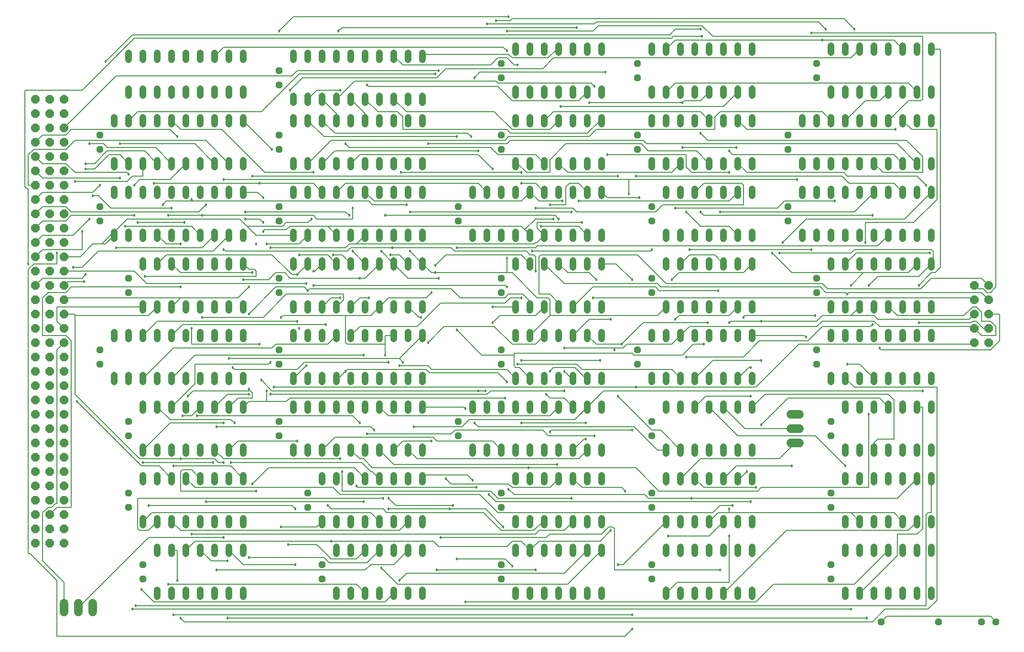
<source format=gbr>
G04 EAGLE Gerber RS-274X export*
G75*
%MOMM*%
%FSLAX34Y34*%
%LPD*%
%INBottom Copper*%
%IPPOS*%
%AMOC8*
5,1,8,0,0,1.08239X$1,22.5*%
G01*
%ADD10C,1.219200*%
%ADD11P,1.319650X8X112.500000*%
%ADD12P,1.649562X8X292.500000*%
%ADD13P,1.649562X8X202.500000*%
%ADD14P,1.319650X8X202.500000*%
%ADD15P,1.319650X8X22.500000*%
%ADD16C,1.524000*%
%ADD17C,0.127000*%
%ADD18C,0.457200*%


D10*
X1168400Y717804D02*
X1168400Y729996D01*
X1193800Y729996D02*
X1193800Y717804D01*
X1320800Y717804D02*
X1320800Y729996D01*
X1320800Y794004D02*
X1320800Y806196D01*
X1219200Y729996D02*
X1219200Y717804D01*
X1244600Y717804D02*
X1244600Y729996D01*
X1295400Y729996D02*
X1295400Y717804D01*
X1270000Y717804D02*
X1270000Y729996D01*
X1295400Y794004D02*
X1295400Y806196D01*
X1270000Y806196D02*
X1270000Y794004D01*
X1244600Y794004D02*
X1244600Y806196D01*
X1219200Y806196D02*
X1219200Y794004D01*
X1193800Y794004D02*
X1193800Y806196D01*
X1168400Y806196D02*
X1168400Y794004D01*
X1168400Y602996D02*
X1168400Y590804D01*
X1193800Y590804D02*
X1193800Y602996D01*
X1320800Y602996D02*
X1320800Y590804D01*
X1320800Y667004D02*
X1320800Y679196D01*
X1219200Y602996D02*
X1219200Y590804D01*
X1244600Y590804D02*
X1244600Y602996D01*
X1295400Y602996D02*
X1295400Y590804D01*
X1270000Y590804D02*
X1270000Y602996D01*
X1295400Y667004D02*
X1295400Y679196D01*
X1270000Y679196D02*
X1270000Y667004D01*
X1244600Y667004D02*
X1244600Y679196D01*
X1219200Y679196D02*
X1219200Y667004D01*
X1193800Y667004D02*
X1193800Y679196D01*
X1168400Y679196D02*
X1168400Y667004D01*
X1409700Y717804D02*
X1409700Y729996D01*
X1435100Y729996D02*
X1435100Y717804D01*
X1562100Y717804D02*
X1562100Y729996D01*
X1587500Y729996D02*
X1587500Y717804D01*
X1460500Y717804D02*
X1460500Y729996D01*
X1485900Y729996D02*
X1485900Y717804D01*
X1536700Y717804D02*
X1536700Y729996D01*
X1511300Y729996D02*
X1511300Y717804D01*
X1612900Y717804D02*
X1612900Y729996D01*
X1638300Y729996D02*
X1638300Y717804D01*
X1638300Y794004D02*
X1638300Y806196D01*
X1612900Y806196D02*
X1612900Y794004D01*
X1587500Y794004D02*
X1587500Y806196D01*
X1562100Y806196D02*
X1562100Y794004D01*
X1536700Y794004D02*
X1536700Y806196D01*
X1511300Y806196D02*
X1511300Y794004D01*
X1485900Y794004D02*
X1485900Y806196D01*
X1460500Y806196D02*
X1460500Y794004D01*
X1435100Y794004D02*
X1435100Y806196D01*
X1409700Y806196D02*
X1409700Y794004D01*
X241300Y602996D02*
X241300Y590804D01*
X266700Y590804D02*
X266700Y602996D01*
X393700Y602996D02*
X393700Y590804D01*
X419100Y590804D02*
X419100Y602996D01*
X292100Y602996D02*
X292100Y590804D01*
X317500Y590804D02*
X317500Y602996D01*
X368300Y602996D02*
X368300Y590804D01*
X342900Y590804D02*
X342900Y602996D01*
X419100Y667004D02*
X419100Y679196D01*
X393700Y679196D02*
X393700Y667004D01*
X368300Y667004D02*
X368300Y679196D01*
X342900Y679196D02*
X342900Y667004D01*
X317500Y667004D02*
X317500Y679196D01*
X292100Y679196D02*
X292100Y667004D01*
X266700Y667004D02*
X266700Y679196D01*
X241300Y679196D02*
X241300Y667004D01*
X266700Y94996D02*
X266700Y82804D01*
X292100Y82804D02*
X292100Y94996D01*
X419100Y94996D02*
X419100Y82804D01*
X419100Y159004D02*
X419100Y171196D01*
X317500Y94996D02*
X317500Y82804D01*
X342900Y82804D02*
X342900Y94996D01*
X393700Y94996D02*
X393700Y82804D01*
X368300Y82804D02*
X368300Y94996D01*
X393700Y159004D02*
X393700Y171196D01*
X368300Y171196D02*
X368300Y159004D01*
X342900Y159004D02*
X342900Y171196D01*
X317500Y171196D02*
X317500Y159004D01*
X292100Y159004D02*
X292100Y171196D01*
X266700Y171196D02*
X266700Y159004D01*
X190500Y463804D02*
X190500Y475996D01*
X215900Y475996D02*
X215900Y463804D01*
X342900Y463804D02*
X342900Y475996D01*
X368300Y475996D02*
X368300Y463804D01*
X241300Y463804D02*
X241300Y475996D01*
X266700Y475996D02*
X266700Y463804D01*
X317500Y463804D02*
X317500Y475996D01*
X292100Y475996D02*
X292100Y463804D01*
X393700Y463804D02*
X393700Y475996D01*
X419100Y475996D02*
X419100Y463804D01*
X419100Y540004D02*
X419100Y552196D01*
X393700Y552196D02*
X393700Y540004D01*
X368300Y540004D02*
X368300Y552196D01*
X342900Y552196D02*
X342900Y540004D01*
X317500Y540004D02*
X317500Y552196D01*
X292100Y552196D02*
X292100Y540004D01*
X266700Y540004D02*
X266700Y552196D01*
X241300Y552196D02*
X241300Y540004D01*
X215900Y540004D02*
X215900Y552196D01*
X190500Y552196D02*
X190500Y540004D01*
X508000Y475996D02*
X508000Y463804D01*
X533400Y463804D02*
X533400Y475996D01*
X660400Y475996D02*
X660400Y463804D01*
X685800Y463804D02*
X685800Y475996D01*
X558800Y475996D02*
X558800Y463804D01*
X584200Y463804D02*
X584200Y475996D01*
X635000Y475996D02*
X635000Y463804D01*
X609600Y463804D02*
X609600Y475996D01*
X711200Y475996D02*
X711200Y463804D01*
X736600Y463804D02*
X736600Y475996D01*
X736600Y540004D02*
X736600Y552196D01*
X711200Y552196D02*
X711200Y540004D01*
X685800Y540004D02*
X685800Y552196D01*
X660400Y552196D02*
X660400Y540004D01*
X635000Y540004D02*
X635000Y552196D01*
X609600Y552196D02*
X609600Y540004D01*
X584200Y540004D02*
X584200Y552196D01*
X558800Y552196D02*
X558800Y540004D01*
X533400Y540004D02*
X533400Y552196D01*
X508000Y552196D02*
X508000Y540004D01*
X508000Y844804D02*
X508000Y856996D01*
X533400Y856996D02*
X533400Y844804D01*
X660400Y844804D02*
X660400Y856996D01*
X685800Y856996D02*
X685800Y844804D01*
X558800Y844804D02*
X558800Y856996D01*
X584200Y856996D02*
X584200Y844804D01*
X635000Y844804D02*
X635000Y856996D01*
X609600Y856996D02*
X609600Y844804D01*
X711200Y844804D02*
X711200Y856996D01*
X736600Y856996D02*
X736600Y844804D01*
X736600Y921004D02*
X736600Y933196D01*
X711200Y933196D02*
X711200Y921004D01*
X685800Y921004D02*
X685800Y933196D01*
X660400Y933196D02*
X660400Y921004D01*
X635000Y921004D02*
X635000Y933196D01*
X609600Y933196D02*
X609600Y921004D01*
X584200Y921004D02*
X584200Y933196D01*
X558800Y933196D02*
X558800Y921004D01*
X533400Y921004D02*
X533400Y933196D01*
X508000Y933196D02*
X508000Y921004D01*
X825500Y729996D02*
X825500Y717804D01*
X850900Y717804D02*
X850900Y729996D01*
X977900Y729996D02*
X977900Y717804D01*
X1003300Y717804D02*
X1003300Y729996D01*
X876300Y729996D02*
X876300Y717804D01*
X901700Y717804D02*
X901700Y729996D01*
X952500Y729996D02*
X952500Y717804D01*
X927100Y717804D02*
X927100Y729996D01*
X1028700Y729996D02*
X1028700Y717804D01*
X1054100Y717804D02*
X1054100Y729996D01*
X1054100Y794004D02*
X1054100Y806196D01*
X1028700Y806196D02*
X1028700Y794004D01*
X1003300Y794004D02*
X1003300Y806196D01*
X977900Y806196D02*
X977900Y794004D01*
X952500Y794004D02*
X952500Y806196D01*
X927100Y806196D02*
X927100Y794004D01*
X901700Y794004D02*
X901700Y806196D01*
X876300Y806196D02*
X876300Y794004D01*
X850900Y794004D02*
X850900Y806196D01*
X825500Y806196D02*
X825500Y794004D01*
X508000Y602996D02*
X508000Y590804D01*
X533400Y590804D02*
X533400Y602996D01*
X660400Y602996D02*
X660400Y590804D01*
X685800Y590804D02*
X685800Y602996D01*
X558800Y602996D02*
X558800Y590804D01*
X584200Y590804D02*
X584200Y602996D01*
X635000Y602996D02*
X635000Y590804D01*
X609600Y590804D02*
X609600Y602996D01*
X711200Y602996D02*
X711200Y590804D01*
X736600Y590804D02*
X736600Y602996D01*
X736600Y667004D02*
X736600Y679196D01*
X711200Y679196D02*
X711200Y667004D01*
X685800Y667004D02*
X685800Y679196D01*
X660400Y679196D02*
X660400Y667004D01*
X635000Y667004D02*
X635000Y679196D01*
X609600Y679196D02*
X609600Y667004D01*
X584200Y667004D02*
X584200Y679196D01*
X558800Y679196D02*
X558800Y667004D01*
X533400Y667004D02*
X533400Y679196D01*
X508000Y679196D02*
X508000Y667004D01*
X508000Y717804D02*
X508000Y729996D01*
X533400Y729996D02*
X533400Y717804D01*
X660400Y717804D02*
X660400Y729996D01*
X685800Y729996D02*
X685800Y717804D01*
X558800Y717804D02*
X558800Y729996D01*
X584200Y729996D02*
X584200Y717804D01*
X635000Y717804D02*
X635000Y729996D01*
X609600Y729996D02*
X609600Y717804D01*
X711200Y717804D02*
X711200Y729996D01*
X736600Y729996D02*
X736600Y717804D01*
X736600Y794004D02*
X736600Y806196D01*
X711200Y806196D02*
X711200Y794004D01*
X685800Y794004D02*
X685800Y806196D01*
X660400Y806196D02*
X660400Y794004D01*
X635000Y794004D02*
X635000Y806196D01*
X609600Y806196D02*
X609600Y794004D01*
X584200Y794004D02*
X584200Y806196D01*
X558800Y806196D02*
X558800Y794004D01*
X533400Y794004D02*
X533400Y806196D01*
X508000Y806196D02*
X508000Y794004D01*
X241300Y348996D02*
X241300Y336804D01*
X266700Y336804D02*
X266700Y348996D01*
X393700Y348996D02*
X393700Y336804D01*
X419100Y336804D02*
X419100Y348996D01*
X292100Y348996D02*
X292100Y336804D01*
X317500Y336804D02*
X317500Y348996D01*
X368300Y348996D02*
X368300Y336804D01*
X342900Y336804D02*
X342900Y348996D01*
X419100Y413004D02*
X419100Y425196D01*
X393700Y425196D02*
X393700Y413004D01*
X368300Y413004D02*
X368300Y425196D01*
X342900Y425196D02*
X342900Y413004D01*
X317500Y413004D02*
X317500Y425196D01*
X292100Y425196D02*
X292100Y413004D01*
X266700Y413004D02*
X266700Y425196D01*
X241300Y425196D02*
X241300Y413004D01*
X558800Y221996D02*
X558800Y209804D01*
X584200Y209804D02*
X584200Y221996D01*
X711200Y221996D02*
X711200Y209804D01*
X736600Y209804D02*
X736600Y221996D01*
X609600Y221996D02*
X609600Y209804D01*
X635000Y209804D02*
X635000Y221996D01*
X685800Y221996D02*
X685800Y209804D01*
X660400Y209804D02*
X660400Y221996D01*
X736600Y286004D02*
X736600Y298196D01*
X711200Y298196D02*
X711200Y286004D01*
X685800Y286004D02*
X685800Y298196D01*
X660400Y298196D02*
X660400Y286004D01*
X635000Y286004D02*
X635000Y298196D01*
X609600Y298196D02*
X609600Y286004D01*
X584200Y286004D02*
X584200Y298196D01*
X558800Y298196D02*
X558800Y286004D01*
X1168400Y221996D02*
X1168400Y209804D01*
X1193800Y209804D02*
X1193800Y221996D01*
X1320800Y221996D02*
X1320800Y209804D01*
X1320800Y286004D02*
X1320800Y298196D01*
X1219200Y221996D02*
X1219200Y209804D01*
X1244600Y209804D02*
X1244600Y221996D01*
X1295400Y221996D02*
X1295400Y209804D01*
X1270000Y209804D02*
X1270000Y221996D01*
X1295400Y286004D02*
X1295400Y298196D01*
X1270000Y298196D02*
X1270000Y286004D01*
X1244600Y286004D02*
X1244600Y298196D01*
X1219200Y298196D02*
X1219200Y286004D01*
X1193800Y286004D02*
X1193800Y298196D01*
X1168400Y298196D02*
X1168400Y286004D01*
X1485900Y94996D02*
X1485900Y82804D01*
X1511300Y82804D02*
X1511300Y94996D01*
X1638300Y94996D02*
X1638300Y82804D01*
X1638300Y159004D02*
X1638300Y171196D01*
X1536700Y94996D02*
X1536700Y82804D01*
X1562100Y82804D02*
X1562100Y94996D01*
X1612900Y94996D02*
X1612900Y82804D01*
X1587500Y82804D02*
X1587500Y94996D01*
X1612900Y159004D02*
X1612900Y171196D01*
X1587500Y171196D02*
X1587500Y159004D01*
X1562100Y159004D02*
X1562100Y171196D01*
X1536700Y171196D02*
X1536700Y159004D01*
X1511300Y159004D02*
X1511300Y171196D01*
X1485900Y171196D02*
X1485900Y159004D01*
X241300Y209804D02*
X241300Y221996D01*
X266700Y221996D02*
X266700Y209804D01*
X393700Y209804D02*
X393700Y221996D01*
X419100Y221996D02*
X419100Y209804D01*
X292100Y209804D02*
X292100Y221996D01*
X317500Y221996D02*
X317500Y209804D01*
X368300Y209804D02*
X368300Y221996D01*
X342900Y221996D02*
X342900Y209804D01*
X419100Y286004D02*
X419100Y298196D01*
X393700Y298196D02*
X393700Y286004D01*
X368300Y286004D02*
X368300Y298196D01*
X342900Y298196D02*
X342900Y286004D01*
X317500Y286004D02*
X317500Y298196D01*
X292100Y298196D02*
X292100Y286004D01*
X266700Y286004D02*
X266700Y298196D01*
X241300Y298196D02*
X241300Y286004D01*
X584200Y94996D02*
X584200Y82804D01*
X609600Y82804D02*
X609600Y94996D01*
X736600Y94996D02*
X736600Y82804D01*
X736600Y159004D02*
X736600Y171196D01*
X635000Y94996D02*
X635000Y82804D01*
X660400Y82804D02*
X660400Y94996D01*
X711200Y94996D02*
X711200Y82804D01*
X685800Y82804D02*
X685800Y94996D01*
X711200Y159004D02*
X711200Y171196D01*
X685800Y171196D02*
X685800Y159004D01*
X660400Y159004D02*
X660400Y171196D01*
X635000Y171196D02*
X635000Y159004D01*
X609600Y159004D02*
X609600Y171196D01*
X584200Y171196D02*
X584200Y159004D01*
X215900Y971804D02*
X215900Y983996D01*
X241300Y983996D02*
X241300Y971804D01*
X266700Y971804D02*
X266700Y983996D01*
X292100Y983996D02*
X292100Y971804D01*
X317500Y971804D02*
X317500Y983996D01*
X342900Y983996D02*
X342900Y971804D01*
X368300Y971804D02*
X368300Y983996D01*
X393700Y983996D02*
X393700Y971804D01*
X419100Y971804D02*
X419100Y983996D01*
X215900Y1035304D02*
X215900Y1047496D01*
X241300Y1047496D02*
X241300Y1035304D01*
X266700Y1035304D02*
X266700Y1047496D01*
X292100Y1047496D02*
X292100Y1035304D01*
X317500Y1035304D02*
X317500Y1047496D01*
X342900Y1047496D02*
X342900Y1035304D01*
X368300Y1035304D02*
X368300Y1047496D01*
X393700Y1047496D02*
X393700Y1035304D01*
X419100Y1035304D02*
X419100Y1047496D01*
X190500Y856996D02*
X190500Y844804D01*
X215900Y844804D02*
X215900Y856996D01*
X342900Y856996D02*
X342900Y844804D01*
X368300Y844804D02*
X368300Y856996D01*
X241300Y856996D02*
X241300Y844804D01*
X266700Y844804D02*
X266700Y856996D01*
X317500Y856996D02*
X317500Y844804D01*
X292100Y844804D02*
X292100Y856996D01*
X393700Y856996D02*
X393700Y844804D01*
X419100Y844804D02*
X419100Y856996D01*
X419100Y921004D02*
X419100Y933196D01*
X393700Y933196D02*
X393700Y921004D01*
X368300Y921004D02*
X368300Y933196D01*
X342900Y933196D02*
X342900Y921004D01*
X317500Y921004D02*
X317500Y933196D01*
X292100Y933196D02*
X292100Y921004D01*
X266700Y921004D02*
X266700Y933196D01*
X241300Y933196D02*
X241300Y921004D01*
X215900Y921004D02*
X215900Y933196D01*
X190500Y933196D02*
X190500Y921004D01*
X190500Y729996D02*
X190500Y717804D01*
X215900Y717804D02*
X215900Y729996D01*
X342900Y729996D02*
X342900Y717804D01*
X368300Y717804D02*
X368300Y729996D01*
X241300Y729996D02*
X241300Y717804D01*
X266700Y717804D02*
X266700Y729996D01*
X317500Y729996D02*
X317500Y717804D01*
X292100Y717804D02*
X292100Y729996D01*
X393700Y729996D02*
X393700Y717804D01*
X419100Y717804D02*
X419100Y729996D01*
X419100Y794004D02*
X419100Y806196D01*
X393700Y806196D02*
X393700Y794004D01*
X368300Y794004D02*
X368300Y806196D01*
X342900Y806196D02*
X342900Y794004D01*
X317500Y794004D02*
X317500Y806196D01*
X292100Y806196D02*
X292100Y794004D01*
X266700Y794004D02*
X266700Y806196D01*
X241300Y806196D02*
X241300Y794004D01*
X215900Y794004D02*
X215900Y806196D01*
X190500Y806196D02*
X190500Y794004D01*
X1143000Y844804D02*
X1143000Y856996D01*
X1168400Y856996D02*
X1168400Y844804D01*
X1295400Y844804D02*
X1295400Y856996D01*
X1320800Y856996D02*
X1320800Y844804D01*
X1193800Y844804D02*
X1193800Y856996D01*
X1219200Y856996D02*
X1219200Y844804D01*
X1270000Y844804D02*
X1270000Y856996D01*
X1244600Y856996D02*
X1244600Y844804D01*
X1320800Y921004D02*
X1320800Y933196D01*
X1295400Y933196D02*
X1295400Y921004D01*
X1270000Y921004D02*
X1270000Y933196D01*
X1244600Y933196D02*
X1244600Y921004D01*
X1219200Y921004D02*
X1219200Y933196D01*
X1193800Y933196D02*
X1193800Y921004D01*
X1168400Y921004D02*
X1168400Y933196D01*
X1143000Y933196D02*
X1143000Y921004D01*
X1143000Y475996D02*
X1143000Y463804D01*
X1168400Y463804D02*
X1168400Y475996D01*
X1295400Y475996D02*
X1295400Y463804D01*
X1320800Y463804D02*
X1320800Y475996D01*
X1193800Y475996D02*
X1193800Y463804D01*
X1219200Y463804D02*
X1219200Y475996D01*
X1270000Y475996D02*
X1270000Y463804D01*
X1244600Y463804D02*
X1244600Y475996D01*
X1320800Y540004D02*
X1320800Y552196D01*
X1295400Y552196D02*
X1295400Y540004D01*
X1270000Y540004D02*
X1270000Y552196D01*
X1244600Y552196D02*
X1244600Y540004D01*
X1219200Y540004D02*
X1219200Y552196D01*
X1193800Y552196D02*
X1193800Y540004D01*
X1168400Y540004D02*
X1168400Y552196D01*
X1143000Y552196D02*
X1143000Y540004D01*
X1143000Y971804D02*
X1143000Y983996D01*
X1168400Y983996D02*
X1168400Y971804D01*
X1295400Y971804D02*
X1295400Y983996D01*
X1320800Y983996D02*
X1320800Y971804D01*
X1193800Y971804D02*
X1193800Y983996D01*
X1219200Y983996D02*
X1219200Y971804D01*
X1270000Y971804D02*
X1270000Y983996D01*
X1244600Y983996D02*
X1244600Y971804D01*
X1320800Y1048004D02*
X1320800Y1060196D01*
X1295400Y1060196D02*
X1295400Y1048004D01*
X1270000Y1048004D02*
X1270000Y1060196D01*
X1244600Y1060196D02*
X1244600Y1048004D01*
X1219200Y1048004D02*
X1219200Y1060196D01*
X1193800Y1060196D02*
X1193800Y1048004D01*
X1168400Y1048004D02*
X1168400Y1060196D01*
X1143000Y1060196D02*
X1143000Y1048004D01*
X1460500Y602996D02*
X1460500Y590804D01*
X1485900Y590804D02*
X1485900Y602996D01*
X1612900Y602996D02*
X1612900Y590804D01*
X1638300Y590804D02*
X1638300Y602996D01*
X1511300Y602996D02*
X1511300Y590804D01*
X1536700Y590804D02*
X1536700Y602996D01*
X1587500Y602996D02*
X1587500Y590804D01*
X1562100Y590804D02*
X1562100Y602996D01*
X1638300Y667004D02*
X1638300Y679196D01*
X1612900Y679196D02*
X1612900Y667004D01*
X1587500Y667004D02*
X1587500Y679196D01*
X1562100Y679196D02*
X1562100Y667004D01*
X1536700Y667004D02*
X1536700Y679196D01*
X1511300Y679196D02*
X1511300Y667004D01*
X1485900Y667004D02*
X1485900Y679196D01*
X1460500Y679196D02*
X1460500Y667004D01*
X1409700Y844804D02*
X1409700Y856996D01*
X1435100Y856996D02*
X1435100Y844804D01*
X1562100Y844804D02*
X1562100Y856996D01*
X1587500Y856996D02*
X1587500Y844804D01*
X1460500Y844804D02*
X1460500Y856996D01*
X1485900Y856996D02*
X1485900Y844804D01*
X1536700Y844804D02*
X1536700Y856996D01*
X1511300Y856996D02*
X1511300Y844804D01*
X1612900Y844804D02*
X1612900Y856996D01*
X1638300Y856996D02*
X1638300Y844804D01*
X1638300Y921004D02*
X1638300Y933196D01*
X1612900Y933196D02*
X1612900Y921004D01*
X1587500Y921004D02*
X1587500Y933196D01*
X1562100Y933196D02*
X1562100Y921004D01*
X1536700Y921004D02*
X1536700Y933196D01*
X1511300Y933196D02*
X1511300Y921004D01*
X1485900Y921004D02*
X1485900Y933196D01*
X1460500Y933196D02*
X1460500Y921004D01*
X1435100Y921004D02*
X1435100Y933196D01*
X1409700Y933196D02*
X1409700Y921004D01*
X1460500Y971804D02*
X1460500Y983996D01*
X1485900Y983996D02*
X1485900Y971804D01*
X1612900Y971804D02*
X1612900Y983996D01*
X1638300Y983996D02*
X1638300Y971804D01*
X1511300Y971804D02*
X1511300Y983996D01*
X1536700Y983996D02*
X1536700Y971804D01*
X1587500Y971804D02*
X1587500Y983996D01*
X1562100Y983996D02*
X1562100Y971804D01*
X1638300Y1048004D02*
X1638300Y1060196D01*
X1612900Y1060196D02*
X1612900Y1048004D01*
X1587500Y1048004D02*
X1587500Y1060196D01*
X1562100Y1060196D02*
X1562100Y1048004D01*
X1536700Y1048004D02*
X1536700Y1060196D01*
X1511300Y1060196D02*
X1511300Y1048004D01*
X1485900Y1048004D02*
X1485900Y1060196D01*
X1460500Y1060196D02*
X1460500Y1048004D01*
D11*
X876300Y495300D03*
X876300Y520700D03*
X1143000Y114300D03*
X1143000Y139700D03*
X215900Y622300D03*
X215900Y647700D03*
X1384300Y876300D03*
X1384300Y901700D03*
X1117600Y495300D03*
X1117600Y520700D03*
X1143000Y368300D03*
X1143000Y393700D03*
X241300Y114300D03*
X241300Y139700D03*
X482600Y495300D03*
X482600Y520700D03*
X215900Y241300D03*
X215900Y266700D03*
X1117600Y876300D03*
X1117600Y901700D03*
X800100Y749300D03*
X800100Y774700D03*
X1460500Y368300D03*
X1460500Y393700D03*
X1435100Y1003300D03*
X1435100Y1028700D03*
X1117600Y1003300D03*
X1117600Y1028700D03*
X1460500Y241300D03*
X1460500Y266700D03*
X482600Y368300D03*
X482600Y393700D03*
X215900Y368300D03*
X215900Y393700D03*
X482600Y876300D03*
X482600Y901700D03*
X876300Y1003300D03*
X876300Y1028700D03*
X1143000Y241300D03*
X1143000Y266700D03*
X876300Y876300D03*
X876300Y901700D03*
X1460500Y114300D03*
X1460500Y139700D03*
X533400Y241300D03*
X533400Y266700D03*
X165100Y749300D03*
X165100Y774700D03*
X165100Y876300D03*
X165100Y901700D03*
X1384300Y749300D03*
X1384300Y774700D03*
X1435100Y622300D03*
X1435100Y647700D03*
X1143000Y749300D03*
X1143000Y774700D03*
X1143000Y622300D03*
X1143000Y647700D03*
X1435100Y495300D03*
X1435100Y520700D03*
X876300Y241300D03*
X876300Y266700D03*
X876300Y114300D03*
X876300Y139700D03*
X558800Y114300D03*
X558800Y139700D03*
X482600Y990600D03*
X482600Y1016000D03*
X876300Y622300D03*
X876300Y647700D03*
X165100Y495300D03*
X165100Y520700D03*
X800100Y368300D03*
X800100Y393700D03*
D10*
X901700Y221996D02*
X901700Y209804D01*
X927100Y209804D02*
X927100Y221996D01*
X1054100Y221996D02*
X1054100Y209804D01*
X1054100Y286004D02*
X1054100Y298196D01*
X952500Y221996D02*
X952500Y209804D01*
X977900Y209804D02*
X977900Y221996D01*
X1028700Y221996D02*
X1028700Y209804D01*
X1003300Y209804D02*
X1003300Y221996D01*
X1028700Y286004D02*
X1028700Y298196D01*
X1003300Y298196D02*
X1003300Y286004D01*
X977900Y286004D02*
X977900Y298196D01*
X952500Y298196D02*
X952500Y286004D01*
X927100Y286004D02*
X927100Y298196D01*
X901700Y298196D02*
X901700Y286004D01*
X901700Y94996D02*
X901700Y82804D01*
X927100Y82804D02*
X927100Y94996D01*
X1054100Y94996D02*
X1054100Y82804D01*
X1054100Y159004D02*
X1054100Y171196D01*
X952500Y94996D02*
X952500Y82804D01*
X977900Y82804D02*
X977900Y94996D01*
X1028700Y94996D02*
X1028700Y82804D01*
X1003300Y82804D02*
X1003300Y94996D01*
X1028700Y159004D02*
X1028700Y171196D01*
X1003300Y171196D02*
X1003300Y159004D01*
X977900Y159004D02*
X977900Y171196D01*
X952500Y171196D02*
X952500Y159004D01*
X927100Y159004D02*
X927100Y171196D01*
X901700Y171196D02*
X901700Y159004D01*
X901700Y844804D02*
X901700Y856996D01*
X927100Y856996D02*
X927100Y844804D01*
X1054100Y844804D02*
X1054100Y856996D01*
X1054100Y921004D02*
X1054100Y933196D01*
X952500Y856996D02*
X952500Y844804D01*
X977900Y844804D02*
X977900Y856996D01*
X1028700Y856996D02*
X1028700Y844804D01*
X1003300Y844804D02*
X1003300Y856996D01*
X1028700Y921004D02*
X1028700Y933196D01*
X1003300Y933196D02*
X1003300Y921004D01*
X977900Y921004D02*
X977900Y933196D01*
X952500Y933196D02*
X952500Y921004D01*
X927100Y921004D02*
X927100Y933196D01*
X901700Y933196D02*
X901700Y921004D01*
X508000Y348996D02*
X508000Y336804D01*
X533400Y336804D02*
X533400Y348996D01*
X660400Y348996D02*
X660400Y336804D01*
X685800Y336804D02*
X685800Y348996D01*
X558800Y348996D02*
X558800Y336804D01*
X584200Y336804D02*
X584200Y348996D01*
X635000Y348996D02*
X635000Y336804D01*
X609600Y336804D02*
X609600Y348996D01*
X711200Y348996D02*
X711200Y336804D01*
X736600Y336804D02*
X736600Y348996D01*
X736600Y413004D02*
X736600Y425196D01*
X711200Y425196D02*
X711200Y413004D01*
X685800Y413004D02*
X685800Y425196D01*
X660400Y425196D02*
X660400Y413004D01*
X635000Y413004D02*
X635000Y425196D01*
X609600Y425196D02*
X609600Y413004D01*
X584200Y413004D02*
X584200Y425196D01*
X558800Y425196D02*
X558800Y413004D01*
X533400Y413004D02*
X533400Y425196D01*
X508000Y425196D02*
X508000Y413004D01*
X825500Y348996D02*
X825500Y336804D01*
X850900Y336804D02*
X850900Y348996D01*
X977900Y348996D02*
X977900Y336804D01*
X1003300Y336804D02*
X1003300Y348996D01*
X876300Y348996D02*
X876300Y336804D01*
X901700Y336804D02*
X901700Y348996D01*
X952500Y348996D02*
X952500Y336804D01*
X927100Y336804D02*
X927100Y348996D01*
X1028700Y348996D02*
X1028700Y336804D01*
X1054100Y336804D02*
X1054100Y348996D01*
X1054100Y413004D02*
X1054100Y425196D01*
X1028700Y425196D02*
X1028700Y413004D01*
X1003300Y413004D02*
X1003300Y425196D01*
X977900Y425196D02*
X977900Y413004D01*
X952500Y413004D02*
X952500Y425196D01*
X927100Y425196D02*
X927100Y413004D01*
X901700Y413004D02*
X901700Y425196D01*
X876300Y425196D02*
X876300Y413004D01*
X850900Y413004D02*
X850900Y425196D01*
X825500Y425196D02*
X825500Y413004D01*
X508000Y959104D02*
X508000Y971296D01*
X533400Y971296D02*
X533400Y959104D01*
X660400Y959104D02*
X660400Y971296D01*
X685800Y971296D02*
X685800Y959104D01*
X558800Y959104D02*
X558800Y971296D01*
X584200Y971296D02*
X584200Y959104D01*
X635000Y959104D02*
X635000Y971296D01*
X609600Y971296D02*
X609600Y959104D01*
X711200Y959104D02*
X711200Y971296D01*
X736600Y971296D02*
X736600Y959104D01*
X736600Y1035304D02*
X736600Y1047496D01*
X711200Y1047496D02*
X711200Y1035304D01*
X685800Y1035304D02*
X685800Y1047496D01*
X660400Y1047496D02*
X660400Y1035304D01*
X635000Y1035304D02*
X635000Y1047496D01*
X609600Y1047496D02*
X609600Y1035304D01*
X584200Y1035304D02*
X584200Y1047496D01*
X558800Y1047496D02*
X558800Y1035304D01*
X533400Y1035304D02*
X533400Y1047496D01*
X508000Y1047496D02*
X508000Y1035304D01*
X901700Y602996D02*
X901700Y590804D01*
X927100Y590804D02*
X927100Y602996D01*
X1054100Y602996D02*
X1054100Y590804D01*
X1054100Y667004D02*
X1054100Y679196D01*
X952500Y602996D02*
X952500Y590804D01*
X977900Y590804D02*
X977900Y602996D01*
X1028700Y602996D02*
X1028700Y590804D01*
X1003300Y590804D02*
X1003300Y602996D01*
X1028700Y667004D02*
X1028700Y679196D01*
X1003300Y679196D02*
X1003300Y667004D01*
X977900Y667004D02*
X977900Y679196D01*
X952500Y679196D02*
X952500Y667004D01*
X927100Y667004D02*
X927100Y679196D01*
X901700Y679196D02*
X901700Y667004D01*
X901700Y475996D02*
X901700Y463804D01*
X927100Y463804D02*
X927100Y475996D01*
X1054100Y475996D02*
X1054100Y463804D01*
X1054100Y540004D02*
X1054100Y552196D01*
X952500Y475996D02*
X952500Y463804D01*
X977900Y463804D02*
X977900Y475996D01*
X1028700Y475996D02*
X1028700Y463804D01*
X1003300Y463804D02*
X1003300Y475996D01*
X1028700Y540004D02*
X1028700Y552196D01*
X1003300Y552196D02*
X1003300Y540004D01*
X977900Y540004D02*
X977900Y552196D01*
X952500Y552196D02*
X952500Y540004D01*
X927100Y540004D02*
X927100Y552196D01*
X901700Y552196D02*
X901700Y540004D01*
X901700Y971804D02*
X901700Y983996D01*
X927100Y983996D02*
X927100Y971804D01*
X1054100Y971804D02*
X1054100Y983996D01*
X1054100Y1048004D02*
X1054100Y1060196D01*
X952500Y983996D02*
X952500Y971804D01*
X977900Y971804D02*
X977900Y983996D01*
X1028700Y983996D02*
X1028700Y971804D01*
X1003300Y971804D02*
X1003300Y983996D01*
X1028700Y1048004D02*
X1028700Y1060196D01*
X1003300Y1060196D02*
X1003300Y1048004D01*
X977900Y1048004D02*
X977900Y1060196D01*
X952500Y1060196D02*
X952500Y1048004D01*
X927100Y1048004D02*
X927100Y1060196D01*
X901700Y1060196D02*
X901700Y1048004D01*
X1485900Y221996D02*
X1485900Y209804D01*
X1511300Y209804D02*
X1511300Y221996D01*
X1638300Y221996D02*
X1638300Y209804D01*
X1638300Y286004D02*
X1638300Y298196D01*
X1536700Y221996D02*
X1536700Y209804D01*
X1562100Y209804D02*
X1562100Y221996D01*
X1612900Y221996D02*
X1612900Y209804D01*
X1587500Y209804D02*
X1587500Y221996D01*
X1612900Y286004D02*
X1612900Y298196D01*
X1587500Y298196D02*
X1587500Y286004D01*
X1562100Y286004D02*
X1562100Y298196D01*
X1536700Y298196D02*
X1536700Y286004D01*
X1511300Y286004D02*
X1511300Y298196D01*
X1485900Y298196D02*
X1485900Y286004D01*
X1485900Y336804D02*
X1485900Y348996D01*
X1511300Y348996D02*
X1511300Y336804D01*
X1638300Y336804D02*
X1638300Y348996D01*
X1638300Y413004D02*
X1638300Y425196D01*
X1536700Y348996D02*
X1536700Y336804D01*
X1562100Y336804D02*
X1562100Y348996D01*
X1612900Y348996D02*
X1612900Y336804D01*
X1587500Y336804D02*
X1587500Y348996D01*
X1612900Y413004D02*
X1612900Y425196D01*
X1587500Y425196D02*
X1587500Y413004D01*
X1562100Y413004D02*
X1562100Y425196D01*
X1536700Y425196D02*
X1536700Y413004D01*
X1511300Y413004D02*
X1511300Y425196D01*
X1485900Y425196D02*
X1485900Y413004D01*
X1168400Y348996D02*
X1168400Y336804D01*
X1193800Y336804D02*
X1193800Y348996D01*
X1320800Y348996D02*
X1320800Y336804D01*
X1320800Y413004D02*
X1320800Y425196D01*
X1219200Y348996D02*
X1219200Y336804D01*
X1244600Y336804D02*
X1244600Y348996D01*
X1295400Y348996D02*
X1295400Y336804D01*
X1270000Y336804D02*
X1270000Y348996D01*
X1295400Y413004D02*
X1295400Y425196D01*
X1270000Y425196D02*
X1270000Y413004D01*
X1244600Y413004D02*
X1244600Y425196D01*
X1219200Y425196D02*
X1219200Y413004D01*
X1193800Y413004D02*
X1193800Y425196D01*
X1168400Y425196D02*
X1168400Y413004D01*
X1168400Y94996D02*
X1168400Y82804D01*
X1193800Y82804D02*
X1193800Y94996D01*
X1320800Y94996D02*
X1320800Y82804D01*
X1320800Y159004D02*
X1320800Y171196D01*
X1219200Y94996D02*
X1219200Y82804D01*
X1244600Y82804D02*
X1244600Y94996D01*
X1295400Y94996D02*
X1295400Y82804D01*
X1270000Y82804D02*
X1270000Y94996D01*
X1295400Y159004D02*
X1295400Y171196D01*
X1270000Y171196D02*
X1270000Y159004D01*
X1244600Y159004D02*
X1244600Y171196D01*
X1219200Y171196D02*
X1219200Y159004D01*
X1193800Y159004D02*
X1193800Y171196D01*
X1168400Y171196D02*
X1168400Y159004D01*
X1460500Y463804D02*
X1460500Y475996D01*
X1485900Y475996D02*
X1485900Y463804D01*
X1612900Y463804D02*
X1612900Y475996D01*
X1638300Y475996D02*
X1638300Y463804D01*
X1511300Y463804D02*
X1511300Y475996D01*
X1536700Y475996D02*
X1536700Y463804D01*
X1587500Y463804D02*
X1587500Y475996D01*
X1562100Y475996D02*
X1562100Y463804D01*
X1638300Y540004D02*
X1638300Y552196D01*
X1612900Y552196D02*
X1612900Y540004D01*
X1587500Y540004D02*
X1587500Y552196D01*
X1562100Y552196D02*
X1562100Y540004D01*
X1536700Y540004D02*
X1536700Y552196D01*
X1511300Y552196D02*
X1511300Y540004D01*
X1485900Y540004D02*
X1485900Y552196D01*
X1460500Y552196D02*
X1460500Y540004D01*
D11*
X482600Y749300D03*
X482600Y774700D03*
X482600Y622300D03*
X482600Y647700D03*
D12*
X1714500Y635000D03*
X1714500Y609600D03*
X1714500Y584200D03*
X1714500Y558800D03*
X1714500Y533400D03*
X1739900Y635000D03*
X1739900Y609600D03*
X1739900Y584200D03*
X1739900Y558800D03*
X1739900Y533400D03*
D13*
X50800Y177800D03*
X50800Y203200D03*
X50800Y228600D03*
X50800Y254000D03*
X50800Y279400D03*
X50800Y304800D03*
X50800Y330200D03*
X50800Y355600D03*
X50800Y381000D03*
X50800Y406400D03*
X50800Y431800D03*
X50800Y457200D03*
X50800Y482600D03*
X50800Y508000D03*
X50800Y533400D03*
X50800Y558800D03*
X76200Y177800D03*
X76200Y203200D03*
X76200Y228600D03*
X76200Y254000D03*
X76200Y279400D03*
X76200Y304800D03*
X76200Y330200D03*
X76200Y355600D03*
X76200Y381000D03*
X76200Y406400D03*
X76200Y431800D03*
X76200Y457200D03*
X76200Y482600D03*
X76200Y508000D03*
X76200Y533400D03*
X76200Y558800D03*
X101600Y177800D03*
X101600Y203200D03*
X101600Y228600D03*
X101600Y254000D03*
X101600Y279400D03*
X101600Y304800D03*
X101600Y330200D03*
X101600Y355600D03*
X101600Y381000D03*
X101600Y406400D03*
X101600Y431800D03*
X101600Y457200D03*
X101600Y482600D03*
X101600Y508000D03*
X101600Y533400D03*
X101600Y558800D03*
X50800Y584200D03*
X50800Y609600D03*
X50800Y635000D03*
X50800Y660400D03*
X50800Y685800D03*
X50800Y711200D03*
X50800Y736600D03*
X50800Y762000D03*
X50800Y787400D03*
X50800Y812800D03*
X50800Y838200D03*
X50800Y863600D03*
X50800Y889000D03*
X50800Y914400D03*
X50800Y939800D03*
X50800Y965200D03*
X76200Y584200D03*
X76200Y609600D03*
X76200Y635000D03*
X76200Y660400D03*
X76200Y685800D03*
X76200Y711200D03*
X76200Y736600D03*
X76200Y762000D03*
X76200Y787400D03*
X76200Y812800D03*
X76200Y838200D03*
X76200Y863600D03*
X76200Y889000D03*
X76200Y914400D03*
X76200Y939800D03*
X76200Y965200D03*
X101600Y584200D03*
X101600Y609600D03*
X101600Y635000D03*
X101600Y660400D03*
X101600Y685800D03*
X101600Y711200D03*
X101600Y736600D03*
X101600Y762000D03*
X101600Y787400D03*
X101600Y812800D03*
X101600Y838200D03*
X101600Y863600D03*
X101600Y889000D03*
X101600Y914400D03*
X101600Y939800D03*
X101600Y965200D03*
D14*
X1752600Y38100D03*
X1727200Y38100D03*
D15*
X1549400Y38100D03*
X1651000Y38100D03*
D16*
X101600Y55880D02*
X101600Y71120D01*
X127000Y71120D02*
X127000Y55880D01*
X152400Y55880D02*
X152400Y71120D01*
X1389380Y355600D02*
X1404620Y355600D01*
X1404620Y381000D02*
X1389380Y381000D01*
X1389380Y406400D02*
X1404620Y406400D01*
D17*
X266700Y571500D02*
X241300Y546100D01*
X266700Y571500D02*
X514350Y571500D01*
X546100Y660400D02*
X558800Y673100D01*
X546100Y660400D02*
X542925Y660400D01*
X882650Y635000D02*
X885825Y631825D01*
X882650Y635000D02*
X542925Y635000D01*
X1444625Y942975D02*
X1460500Y927100D01*
X1444625Y942975D02*
X1263650Y942975D01*
X1254125Y933450D01*
X1254125Y911225D01*
X1044575Y911225D01*
X1031875Y898525D01*
X889000Y898525D01*
X882650Y892175D01*
X574675Y892175D01*
X533400Y850900D01*
D18*
X514350Y571500D03*
X542925Y660400D03*
X885825Y631825D03*
X542925Y635000D03*
D17*
X311150Y565150D02*
X292100Y546100D01*
X311150Y565150D02*
X565150Y565150D01*
X600075Y482600D02*
X587375Y469900D01*
X584200Y469900D01*
X609600Y673100D02*
X593725Y688975D01*
X577850Y688975D01*
X869950Y479425D02*
X885825Y463550D01*
X869950Y479425D02*
X749300Y479425D01*
X742950Y485775D01*
X603250Y485775D01*
X600075Y482600D01*
X1482725Y1108075D02*
X1501775Y1089025D01*
X1482725Y1108075D02*
X895350Y1108075D01*
X892175Y1104900D01*
X866775Y1104900D01*
D18*
X565150Y565150D03*
X600075Y482600D03*
X577850Y688975D03*
X885825Y463550D03*
X1501775Y1089025D03*
X866775Y1104900D03*
D17*
X463550Y644525D02*
X419100Y644525D01*
X463550Y644525D02*
X476250Y657225D01*
X492125Y657225D01*
X501650Y647700D01*
X625475Y647700D02*
X635000Y647700D01*
X625475Y647700D02*
X501650Y647700D01*
X635000Y647700D02*
X660400Y673100D01*
X660400Y419100D02*
X676275Y403225D01*
X962025Y403225D01*
X977900Y419100D01*
X1562100Y927100D02*
X1597025Y962025D01*
X1619250Y962025D01*
X1622425Y965200D01*
X1622425Y1076325D01*
X1250950Y1076325D01*
X1231900Y1095375D01*
X1047750Y1095375D01*
X1038225Y1085850D01*
X885825Y1085850D01*
D18*
X419100Y644525D03*
X885825Y1085850D03*
X625475Y647700D03*
D17*
X403225Y485775D02*
X400050Y488950D01*
X403225Y485775D02*
X514350Y485775D01*
X527050Y498475D01*
X676275Y498475D01*
X1006475Y396875D02*
X1028700Y419100D01*
X1006475Y396875D02*
X819150Y396875D01*
X806450Y384175D01*
X720725Y384175D01*
X711200Y673100D02*
X695325Y688975D01*
X679450Y688975D01*
X1057275Y447675D02*
X1622425Y447675D01*
X1057275Y447675D02*
X1028700Y419100D01*
D18*
X400050Y488950D03*
X676275Y498475D03*
X720725Y384175D03*
X679450Y688975D03*
X1622425Y447675D03*
D17*
X727075Y327025D02*
X711200Y342900D01*
X727075Y327025D02*
X1012825Y327025D01*
X1028700Y342900D01*
X695325Y504825D02*
X393700Y504825D01*
X695325Y504825D02*
X736600Y546100D01*
X730250Y577850D02*
X711200Y596900D01*
X730250Y577850D02*
X733425Y577850D01*
X1577975Y885825D02*
X1612900Y850900D01*
X1577975Y885825D02*
X1133475Y885825D01*
X1127125Y892175D01*
X892175Y892175D01*
X885825Y885825D01*
X746125Y885825D01*
X695325Y504825D02*
X701675Y498475D01*
D18*
X393700Y504825D03*
X733425Y577850D03*
X746125Y885825D03*
X701675Y498475D03*
D17*
X669925Y530225D02*
X669925Y546100D01*
X669925Y530225D02*
X669925Y511175D01*
X669925Y546100D02*
X685800Y546100D01*
X685800Y317500D02*
X974725Y317500D01*
X685800Y317500D02*
X660400Y342900D01*
X485775Y577850D02*
X488950Y581025D01*
X600075Y581025D02*
X644525Y581025D01*
X600075Y581025D02*
X488950Y581025D01*
X644525Y581025D02*
X660400Y596900D01*
X742950Y612775D02*
X752475Y622300D01*
X742950Y612775D02*
X676275Y612775D01*
X660400Y596900D01*
X1543050Y704850D02*
X1562100Y723900D01*
X1543050Y704850D02*
X939800Y704850D01*
X936625Y701675D01*
X796925Y701675D01*
X669925Y530225D02*
X603250Y530225D01*
X600075Y533400D01*
X600075Y581025D01*
D18*
X669925Y511175D03*
X974725Y317500D03*
X485775Y577850D03*
X752475Y622300D03*
X796925Y701675D03*
D17*
X635000Y939800D02*
X609600Y965200D01*
X635000Y939800D02*
X635000Y927100D01*
X333375Y511175D02*
X292100Y469900D01*
X333375Y511175D02*
X631825Y511175D01*
X609600Y596900D02*
X625475Y612775D01*
X641350Y612775D01*
X647700Y311150D02*
X923925Y311150D01*
X647700Y311150D02*
X631825Y327025D01*
X625475Y327025D01*
X609600Y342900D01*
X1527175Y406400D02*
X1527175Y276225D01*
X1336675Y276225D01*
X1330325Y269875D01*
X1155700Y269875D01*
X1114425Y311150D01*
X923925Y311150D01*
D18*
X631825Y511175D03*
X641350Y612775D03*
X923925Y311150D03*
X1527175Y406400D03*
D17*
X584200Y939800D02*
X558800Y965200D01*
X584200Y939800D02*
X584200Y927100D01*
X295275Y523875D02*
X241300Y469900D01*
X295275Y523875D02*
X469900Y523875D01*
X476250Y530225D01*
X568325Y530225D01*
X584200Y546100D01*
X558800Y596900D02*
X574675Y612775D01*
X590550Y612775D01*
X860425Y358775D02*
X876300Y342900D01*
X860425Y358775D02*
X762000Y358775D01*
X755650Y365125D01*
X581025Y365125D01*
X558800Y342900D01*
X1438275Y1101725D02*
X1450975Y1089025D01*
X1438275Y1101725D02*
X1044575Y1101725D01*
X1041400Y1098550D01*
X850900Y1098550D01*
D18*
X590550Y612775D03*
X1450975Y1089025D03*
X850900Y1098550D03*
D17*
X1714500Y635000D02*
X1720850Y628650D01*
X1730375Y628650D01*
X1736725Y622300D01*
X1743075Y622300D01*
X1752600Y631825D01*
X1752600Y1082675D01*
X1425575Y1082675D01*
X428625Y428625D02*
X419100Y419100D01*
X460375Y428625D02*
X495300Y428625D01*
X460375Y428625D02*
X428625Y428625D01*
X495300Y428625D02*
X501650Y434975D01*
X882650Y434975D01*
X533400Y723900D02*
X517525Y708025D01*
X460375Y708025D01*
X460375Y447675D02*
X460375Y428625D01*
X860425Y596900D02*
X901700Y596900D01*
X1222375Y873125D02*
X1244600Y850900D01*
X1222375Y873125D02*
X1136650Y873125D01*
X1123950Y885825D01*
X990600Y885825D01*
X962025Y857250D01*
X962025Y835025D01*
X920750Y835025D01*
X904875Y850900D01*
X901700Y850900D01*
D18*
X1425575Y1082675D03*
X882650Y434975D03*
X460375Y708025D03*
X460375Y447675D03*
X860425Y596900D03*
D17*
X390525Y441325D02*
X368300Y419100D01*
X390525Y441325D02*
X428625Y441325D01*
X454025Y730250D02*
X457200Y733425D01*
X495300Y733425D01*
X501650Y739775D01*
X568325Y739775D01*
X584200Y723900D01*
X911225Y739775D02*
X917575Y733425D01*
X927100Y723900D01*
X911225Y739775D02*
X568325Y739775D01*
X1727200Y647700D02*
X1739900Y635000D01*
X1727200Y647700D02*
X1638300Y647700D01*
X1619250Y628650D01*
X1454150Y628650D01*
X1444625Y638175D01*
X1168400Y638175D01*
X1117600Y688975D01*
X946150Y688975D01*
X942975Y685800D01*
X942975Y619125D01*
X962025Y619125D01*
X977900Y603250D01*
X977900Y596900D01*
X1177925Y835025D02*
X1193800Y850900D01*
X1177925Y835025D02*
X993775Y835025D01*
X977900Y850900D01*
X936625Y752475D02*
X917575Y733425D01*
X936625Y752475D02*
X968375Y752475D01*
D18*
X428625Y441325D03*
X454025Y730250D03*
X968375Y752475D03*
D17*
X288925Y390525D02*
X241300Y342900D01*
X288925Y390525D02*
X384175Y390525D01*
X387350Y695325D02*
X384175Y698500D01*
X387350Y695325D02*
X603250Y695325D01*
X609600Y701675D01*
X682625Y701675D01*
X1489075Y619125D02*
X1492250Y622300D01*
X1727200Y622300D01*
X1739900Y609600D01*
X1028700Y723900D02*
X1012825Y739775D01*
X946150Y739775D01*
X1228725Y942975D02*
X1244600Y927100D01*
X1228725Y942975D02*
X968375Y942975D01*
X952500Y927100D01*
X1485900Y622300D02*
X1489075Y619125D01*
X1485900Y622300D02*
X1450975Y622300D01*
X1441450Y631825D01*
X1158875Y631825D01*
X1152525Y638175D01*
X987425Y638175D01*
X952500Y673100D01*
X787400Y701675D02*
X682625Y701675D01*
X787400Y701675D02*
X793750Y695325D01*
X920750Y695325D01*
X927100Y688975D01*
X933450Y688975D01*
X936625Y685800D01*
X936625Y660400D01*
D18*
X384175Y390525D03*
X384175Y698500D03*
X682625Y701675D03*
X1489075Y619125D03*
X946150Y739775D03*
X936625Y660400D03*
D17*
X815975Y298450D02*
X825500Y288925D01*
X815975Y298450D02*
X742950Y298450D01*
X736600Y292100D01*
X1279525Y568325D02*
X1282700Y571500D01*
X1336675Y571500D02*
X1435100Y571500D01*
X1336675Y571500D02*
X1282700Y571500D01*
X1435100Y571500D02*
X1444625Y581025D01*
X1495425Y581025D01*
X1511300Y596900D01*
X1704975Y574675D02*
X1714500Y584200D01*
X1704975Y574675D02*
X1543050Y574675D01*
X1536700Y581025D01*
X1495425Y581025D01*
X1028700Y800100D02*
X1012825Y815975D01*
X996950Y815975D01*
X990600Y809625D01*
X990600Y777875D01*
X962025Y777875D01*
X1270000Y952500D02*
X1295400Y977900D01*
X1270000Y952500D02*
X981075Y952500D01*
X774700Y561975D02*
X746125Y533400D01*
X774700Y561975D02*
X863600Y561975D01*
X895350Y530225D01*
X936625Y530225D01*
X952500Y546100D01*
D18*
X825500Y288925D03*
X1279525Y568325D03*
X962025Y777875D03*
X981075Y952500D03*
X1336675Y571500D03*
X746125Y533400D03*
D17*
X1546225Y523875D02*
X1549400Y520700D01*
X1743075Y520700D01*
X1758950Y536575D01*
X1758950Y584200D01*
X1739900Y584200D01*
X936625Y815975D02*
X911225Y815975D01*
X936625Y815975D02*
X952500Y800100D01*
X936625Y130175D02*
X762000Y130175D01*
X901700Y469900D02*
X885825Y485775D01*
X752475Y485775D01*
X746125Y492125D01*
X695325Y492125D01*
X1177925Y485775D02*
X1193800Y469900D01*
X1177925Y485775D02*
X1019175Y485775D01*
X1009650Y495300D01*
X904875Y495300D01*
X911225Y835025D02*
X698500Y835025D01*
X1530350Y561975D02*
X1533525Y565150D01*
X1530350Y561975D02*
X1444625Y561975D01*
X1419225Y536575D01*
X1333500Y536575D01*
X1304925Y508000D01*
X1203325Y508000D01*
D18*
X1546225Y523875D03*
X911225Y815975D03*
X936625Y130175D03*
X762000Y130175D03*
X695325Y492125D03*
X904875Y495300D03*
X911225Y835025D03*
X698500Y835025D03*
X1533525Y565150D03*
X1203325Y508000D03*
D17*
X600075Y815975D02*
X584200Y800100D01*
X600075Y815975D02*
X835025Y815975D01*
X850900Y800100D01*
X1616075Y568325D02*
X1708150Y568325D01*
X1711325Y571500D01*
X1717675Y571500D01*
X1730375Y558800D01*
X1739900Y558800D01*
X1089025Y530225D02*
X1044575Y530225D01*
X1028700Y546100D01*
X558800Y215900D02*
X549275Y206375D01*
X485775Y206375D01*
X1127125Y568325D02*
X1241425Y568325D01*
X1127125Y568325D02*
X1089025Y530225D01*
X828675Y1003300D02*
X838200Y1012825D01*
X1060450Y1012825D01*
D18*
X1616075Y568325D03*
X1089025Y530225D03*
X485775Y206375D03*
X1241425Y568325D03*
X828675Y1003300D03*
X1060450Y1012825D03*
D17*
X558800Y800100D02*
X542925Y815975D01*
X447675Y815975D02*
X260350Y815975D01*
X447675Y815975D02*
X542925Y815975D01*
X330200Y447675D02*
X320675Y438150D01*
X428625Y447675D02*
X431800Y447675D01*
X428625Y447675D02*
X330200Y447675D01*
X431800Y447675D02*
X434975Y444500D01*
X434975Y434975D01*
X409575Y434975D01*
X393700Y419100D01*
X533400Y625475D02*
X536575Y628650D01*
X787400Y628650D01*
X803275Y612775D01*
X882650Y612775D01*
X889000Y619125D01*
X914400Y619125D01*
X927100Y606425D01*
X927100Y596900D01*
X1139825Y695325D02*
X1143000Y698500D01*
X1139825Y695325D02*
X930275Y695325D01*
X428625Y450850D02*
X428625Y447675D01*
X428625Y584200D02*
X476250Y631825D01*
X527050Y631825D01*
X533400Y625475D01*
D18*
X260350Y815975D03*
X320675Y438150D03*
X533400Y625475D03*
X1143000Y698500D03*
X930275Y695325D03*
X428625Y450850D03*
X428625Y584200D03*
X447675Y815975D03*
D17*
X1155700Y625475D02*
X1260475Y625475D01*
X1155700Y625475D02*
X1149350Y631825D01*
X1038225Y631825D01*
X1003300Y596900D01*
X327025Y403225D02*
X311150Y403225D01*
X327025Y403225D02*
X342900Y419100D01*
X584200Y596900D02*
X596900Y609600D01*
X596900Y619125D01*
X495300Y619125D01*
X454025Y577850D01*
X346075Y577850D01*
X612775Y752475D02*
X612775Y771525D01*
X612775Y752475D02*
X549275Y752475D01*
X542925Y758825D01*
X346075Y758825D01*
X285750Y758825D01*
X987425Y200025D02*
X1003300Y215900D01*
X987425Y200025D02*
X942975Y200025D01*
X936625Y193675D01*
X327025Y193675D01*
D18*
X1260475Y625475D03*
X311150Y403225D03*
X346075Y577850D03*
X612775Y771525D03*
X346075Y758825D03*
X285750Y758825D03*
X327025Y193675D03*
D17*
X1279525Y784225D02*
X1295400Y800100D01*
X1279525Y784225D02*
X1012825Y784225D01*
X542925Y835025D02*
X457200Y835025D01*
X381000Y911225D01*
X307975Y911225D01*
X292100Y927100D01*
X1089025Y276225D02*
X1095375Y269875D01*
X1089025Y276225D02*
X1019175Y276225D01*
X1003300Y292100D01*
D18*
X1012825Y784225D03*
X542925Y835025D03*
X1095375Y269875D03*
D17*
X403225Y390525D02*
X396875Y396875D01*
X288925Y396875D01*
X266700Y419100D01*
X758825Y669925D02*
X777875Y688975D01*
X911225Y688975D01*
X927100Y673100D01*
X1219200Y800100D02*
X1235075Y815975D01*
X1301750Y815975D01*
X1304925Y812800D01*
X1304925Y777875D01*
X1162050Y777875D01*
X1149350Y765175D01*
X1009650Y765175D01*
X1003300Y771525D01*
X936625Y771525D01*
X330200Y784225D02*
X327025Y787400D01*
X330200Y784225D02*
X641350Y784225D01*
X647700Y777875D01*
X708025Y777875D01*
X282575Y784225D02*
X276225Y777875D01*
X282575Y784225D02*
X330200Y784225D01*
D18*
X403225Y390525D03*
X758825Y669925D03*
X936625Y771525D03*
X327025Y787400D03*
X708025Y777875D03*
X276225Y777875D03*
D17*
X927100Y546100D02*
X962025Y581025D01*
X1152525Y581025D01*
X1168400Y596900D01*
X752475Y657225D02*
X736600Y673100D01*
X885825Y657225D02*
X895350Y657225D01*
X885825Y657225D02*
X758825Y657225D01*
X752475Y657225D01*
X895350Y657225D02*
X939800Y612775D01*
X958850Y612775D01*
X962025Y609600D01*
X962025Y581025D01*
X736600Y673100D02*
X714375Y695325D01*
X393700Y165100D02*
X419100Y139700D01*
X511175Y139700D01*
X882650Y149225D02*
X895350Y136525D01*
X882650Y149225D02*
X796925Y149225D01*
X885825Y657225D02*
X885825Y682625D01*
D18*
X714375Y695325D03*
X511175Y139700D03*
X895350Y136525D03*
X796925Y149225D03*
X758825Y657225D03*
X885825Y682625D03*
D17*
X685800Y673100D02*
X663575Y695325D01*
X908050Y488950D02*
X927100Y469900D01*
X908050Y488950D02*
X901700Y488950D01*
X898525Y492125D01*
X898525Y511175D02*
X898525Y514350D01*
X898525Y511175D02*
X898525Y492125D01*
X898525Y514350D02*
X1108075Y514350D01*
X1111250Y511175D01*
X1196975Y511175D01*
X1216025Y530225D01*
X1235075Y530225D01*
X711200Y647700D02*
X685800Y673100D01*
X711200Y647700D02*
X765175Y647700D01*
X796925Y555625D02*
X841375Y511175D01*
X898525Y511175D01*
X660400Y292100D02*
X647700Y304800D01*
X644525Y304800D01*
X628650Y320675D01*
X396875Y320675D01*
X847725Y238125D02*
X879475Y206375D01*
X784225Y238125D02*
X676275Y238125D01*
X784225Y238125D02*
X847725Y238125D01*
X885825Y1050925D02*
X879475Y1057275D01*
X384175Y1057275D01*
X368300Y1041400D01*
D18*
X663575Y695325D03*
X1235075Y530225D03*
X765175Y647700D03*
X796925Y555625D03*
X396875Y320675D03*
X879475Y206375D03*
X676275Y238125D03*
X885825Y1050925D03*
X784225Y238125D03*
D17*
X1000125Y469900D02*
X987425Y482600D01*
X1000125Y469900D02*
X1003300Y469900D01*
X1212850Y835025D02*
X1279525Y835025D01*
X1212850Y835025D02*
X1203325Y844550D01*
X1203325Y866775D01*
X1063625Y866775D01*
X361950Y146050D02*
X342900Y165100D01*
X361950Y146050D02*
X390525Y146050D01*
X434975Y282575D02*
X463550Y311150D01*
X615950Y311150D01*
X635000Y292100D01*
X635000Y673100D02*
X612775Y695325D01*
X606425Y758825D02*
X600075Y765175D01*
X422275Y765175D01*
X447675Y752475D02*
X454025Y746125D01*
X447675Y752475D02*
X422275Y752475D01*
X857250Y447675D02*
X987425Y447675D01*
X857250Y447675D02*
X850900Y441325D01*
X466725Y441325D01*
D18*
X987425Y482600D03*
X1279525Y835025D03*
X1063625Y866775D03*
X390525Y146050D03*
X434975Y282575D03*
X612775Y695325D03*
X606425Y758825D03*
X422275Y765175D03*
X454025Y746125D03*
X422275Y752475D03*
X987425Y447675D03*
X466725Y441325D03*
D17*
X333375Y180975D02*
X317500Y165100D01*
X574675Y180975D02*
X755650Y180975D01*
X574675Y180975D02*
X333375Y180975D01*
X755650Y180975D02*
X765175Y171450D01*
X885825Y171450D01*
X895350Y180975D01*
X911225Y180975D01*
X927100Y165100D01*
X584200Y673100D02*
X568325Y688975D01*
X517525Y688975D01*
X469900Y876300D02*
X419100Y927100D01*
X1003300Y546100D02*
X1031875Y574675D01*
X1069975Y574675D01*
X508000Y1111250D02*
X482600Y1085850D01*
X508000Y1111250D02*
X889000Y1111250D01*
X942975Y180975D02*
X927100Y165100D01*
X942975Y180975D02*
X1050925Y180975D01*
X1069975Y200025D01*
D18*
X574675Y180975D03*
X517525Y688975D03*
X469900Y876300D03*
X1069975Y574675D03*
X482600Y1085850D03*
X889000Y1111250D03*
X1069975Y200025D03*
D17*
X1196975Y879475D02*
X1292225Y879475D01*
D18*
X1196975Y879475D03*
X1292225Y879475D03*
D17*
X1190625Y657225D02*
X1177925Y644525D01*
X1190625Y657225D02*
X1304925Y657225D01*
X1320800Y673100D01*
D18*
X1177925Y644525D03*
D17*
X1209675Y698500D02*
X1425575Y698500D01*
D18*
X1209675Y698500D03*
X1425575Y698500D03*
D17*
X1365250Y771525D02*
X1184275Y771525D01*
X1365250Y771525D02*
X1377950Y784225D01*
X1466850Y784225D01*
D18*
X1184275Y771525D03*
X1466850Y784225D03*
D17*
X1235075Y758825D02*
X1228725Y765175D01*
X1235075Y758825D02*
X1533525Y758825D01*
D18*
X1228725Y765175D03*
X1533525Y758825D03*
D17*
X1311275Y911225D02*
X1295400Y927100D01*
X1311275Y911225D02*
X1574800Y911225D01*
D18*
X1574800Y911225D03*
D17*
X1250950Y501650D02*
X1219200Y469900D01*
X1250950Y501650D02*
X1336675Y501650D01*
X1374775Y711200D02*
X1416050Y752475D01*
X1590675Y752475D01*
X1638300Y800100D01*
D18*
X1336675Y501650D03*
X1374775Y711200D03*
D17*
X1479550Y828675D02*
X1114425Y828675D01*
X1479550Y828675D02*
X1492250Y815975D01*
X1571625Y815975D01*
X1587500Y800100D01*
D18*
X1114425Y828675D03*
D17*
X1263650Y765175D02*
X1501775Y765175D01*
X1536700Y800100D01*
D18*
X1263650Y765175D03*
D17*
X1308100Y581025D02*
X1304925Y577850D01*
X1308100Y581025D02*
X1431925Y581025D01*
D18*
X1304925Y577850D03*
X1431925Y581025D03*
D17*
X1314450Y488950D02*
X1295400Y469900D01*
X1314450Y488950D02*
X1317625Y488950D01*
D18*
X1317625Y488950D03*
D17*
X307975Y657225D02*
X292100Y673100D01*
X307975Y657225D02*
X434975Y657225D01*
X434975Y828675D02*
X1082675Y828675D01*
X1082675Y438150D02*
X1143000Y377825D01*
X1158875Y377825D01*
X1193800Y342900D01*
D18*
X434975Y657225D03*
X434975Y828675D03*
X1082675Y828675D03*
X1082675Y438150D03*
D17*
X1000125Y765175D02*
X714375Y765175D01*
D18*
X1000125Y765175D03*
X714375Y765175D03*
D17*
X835025Y866775D02*
X860425Y841375D01*
X835025Y866775D02*
X625475Y866775D01*
X609600Y850900D01*
D18*
X860425Y841375D03*
D17*
X835025Y873125D02*
X581025Y873125D01*
X558800Y850900D01*
D18*
X835025Y873125D03*
D17*
X333375Y460375D02*
X292100Y419100D01*
X333375Y460375D02*
X333375Y495300D01*
X463550Y495300D01*
X466725Y498475D01*
X466725Y701675D02*
X600075Y701675D01*
X606425Y708025D01*
X619125Y708025D01*
X635000Y723900D01*
X939800Y711200D02*
X952500Y723900D01*
X939800Y711200D02*
X936625Y711200D01*
X933450Y708025D01*
X619125Y708025D01*
X1196975Y958850D02*
X1200150Y962025D01*
X1228725Y962025D01*
X1244600Y977900D01*
X1711325Y612775D02*
X1714500Y609600D01*
X1711325Y612775D02*
X1038225Y612775D01*
X1031875Y958850D02*
X1196975Y958850D01*
X952500Y723900D02*
X939800Y736600D01*
X939800Y746125D01*
X1019175Y746125D01*
D18*
X466725Y498475D03*
X466725Y701675D03*
X1196975Y958850D03*
X1038225Y612775D03*
X1031875Y958850D03*
X1019175Y746125D03*
D17*
X708025Y123825D02*
X695325Y111125D01*
X708025Y123825D02*
X987425Y123825D01*
X1028700Y165100D01*
X650875Y784225D02*
X635000Y800100D01*
X650875Y784225D02*
X911225Y784225D01*
X927100Y800100D01*
X1562100Y596900D02*
X1577975Y581025D01*
X1695450Y581025D01*
X1711325Y596900D01*
X1717675Y596900D01*
X1727200Y587375D01*
X1727200Y571500D01*
X1743075Y571500D01*
X1752600Y561975D01*
X1752600Y546100D01*
X1727200Y546100D01*
X1714500Y558800D01*
X1193800Y546100D02*
X1177925Y530225D01*
X1098550Y530225D01*
X1092200Y523875D01*
X1076325Y523875D02*
X987425Y523875D01*
X1076325Y523875D02*
X1092200Y523875D01*
X1711325Y561975D02*
X1714500Y558800D01*
X1711325Y561975D02*
X1546225Y561975D01*
X1536700Y571500D01*
X1444625Y571500D01*
X1435100Y561975D01*
X1209675Y561975D01*
X1193800Y546100D01*
X942975Y784225D02*
X927100Y800100D01*
X942975Y784225D02*
X984250Y784225D01*
X1076325Y523875D02*
X1076325Y520700D01*
D18*
X695325Y111125D03*
X987425Y523875D03*
X984250Y784225D03*
X1076325Y520700D03*
D17*
X822325Y898525D02*
X815975Y904875D01*
X581025Y904875D01*
X558800Y927100D01*
D18*
X822325Y898525D03*
D17*
X892175Y612775D02*
X911225Y612775D01*
X892175Y612775D02*
X882650Y603250D01*
X768350Y603250D01*
X727075Y561975D01*
X625475Y561975D01*
X609600Y546100D01*
D18*
X911225Y612775D03*
D17*
X977900Y752475D02*
X971550Y758825D01*
X669925Y758825D01*
D18*
X977900Y752475D03*
X669925Y758825D03*
D17*
X631825Y250825D02*
X352425Y250825D01*
D18*
X352425Y250825D03*
X631825Y250825D03*
D17*
X384175Y327025D02*
X368300Y342900D01*
X384175Y327025D02*
X590550Y327025D01*
D18*
X590550Y327025D03*
D17*
X409575Y358775D02*
X393700Y342900D01*
X409575Y358775D02*
X514350Y358775D01*
D18*
X514350Y358775D03*
D17*
X365125Y320675D02*
X241300Y320675D01*
X101600Y558800D02*
X88900Y571500D01*
X88900Y596900D01*
X241300Y596900D01*
X1527175Y635000D02*
X1543050Y650875D01*
X1616075Y650875D01*
X1638300Y673100D01*
X1495425Y692150D02*
X1368425Y692150D01*
X1495425Y692150D02*
X1501775Y698500D01*
X1638300Y698500D01*
X1641475Y695325D01*
X1641475Y673100D01*
X1638300Y673100D01*
X38100Y673100D02*
X38100Y806450D01*
X34925Y806450D01*
X31750Y809625D01*
X31750Y981075D01*
X133350Y981075D01*
X225425Y1073150D01*
X1177925Y1073150D01*
X1181100Y1076325D01*
X1231900Y1076325D01*
D18*
X365125Y320675D03*
X241300Y320675D03*
X1527175Y635000D03*
X1368425Y692150D03*
X38100Y673100D03*
X1231900Y1076325D03*
D17*
X384175Y320675D02*
X374650Y320675D01*
X368300Y327025D01*
X307975Y327025D02*
X234950Y327025D01*
X307975Y327025D02*
X368300Y327025D01*
X234950Y327025D02*
X120650Y441325D01*
X120650Y581025D02*
X120650Y584200D01*
X120650Y581025D02*
X120650Y441325D01*
X120650Y584200D02*
X101600Y584200D01*
X250825Y581025D02*
X266700Y596900D01*
X250825Y581025D02*
X120650Y581025D01*
X1495425Y635000D02*
X1517650Y657225D01*
X1597025Y657225D01*
X1612900Y673100D01*
X1390650Y657225D02*
X1355725Y692150D01*
X1390650Y657225D02*
X1517650Y657225D01*
X314325Y38100D02*
X307975Y44450D01*
X314325Y38100D02*
X1533525Y38100D01*
X1555750Y60325D01*
X1631950Y60325D01*
X1647825Y76200D01*
X1647825Y454025D01*
X1501775Y454025D01*
X1485900Y469900D01*
D18*
X384175Y320675D03*
X1495425Y635000D03*
X1355725Y692150D03*
X307975Y327025D03*
X307975Y44450D03*
D17*
X419100Y292100D02*
X396875Y314325D01*
X295275Y314325D01*
X1495425Y1038225D02*
X1511300Y1054100D01*
X1495425Y1038225D02*
X968375Y1038225D01*
X949325Y1019175D01*
X777875Y1019175D01*
X762000Y1003300D01*
X523875Y1003300D01*
X501650Y981075D01*
X428625Y631825D02*
X409575Y612775D01*
X307975Y612775D01*
X292100Y596900D01*
X104775Y612775D02*
X101600Y609600D01*
X104775Y612775D02*
X307975Y612775D01*
D18*
X295275Y314325D03*
X501650Y981075D03*
X428625Y631825D03*
D17*
X828675Y390525D02*
X835025Y384175D01*
X1111250Y384175D01*
X1152525Y342900D01*
X1168400Y342900D01*
D18*
X828675Y390525D03*
D17*
X327025Y530225D02*
X327025Y558800D01*
X327025Y530225D02*
X447675Y530225D01*
X450850Y466725D02*
X469900Y447675D01*
X835025Y447675D02*
X847725Y447675D01*
X835025Y447675D02*
X469900Y447675D01*
D18*
X327025Y558800D03*
X447675Y530225D03*
X450850Y466725D03*
X847725Y447675D03*
X835025Y447675D03*
X517525Y558800D03*
X441325Y708025D03*
D17*
X419100Y673100D02*
X428625Y663575D01*
X438150Y663575D01*
X441325Y660400D01*
X441325Y650875D01*
X244475Y650875D01*
D18*
X244475Y650875D03*
D17*
X1279525Y190500D02*
X1279525Y107950D01*
X1187450Y107950D01*
X1168400Y88900D01*
X1298575Y292100D02*
X1311275Y304800D01*
X1298575Y292100D02*
X1295400Y292100D01*
D18*
X1279525Y190500D03*
X1311275Y304800D03*
D17*
X533400Y673100D02*
X514350Y654050D01*
X282575Y688975D02*
X266700Y673100D01*
X282575Y688975D02*
X469900Y688975D01*
X504825Y654050D01*
X514350Y654050D01*
D18*
X514350Y654050D03*
D17*
X292100Y215900D02*
X307975Y200025D01*
X695325Y200025D01*
X711200Y215900D01*
X266700Y215900D02*
X250825Y200025D01*
X234950Y200025D01*
X231775Y203200D01*
X231775Y257175D01*
X666750Y257175D01*
D18*
X666750Y257175D03*
D17*
X257175Y231775D02*
X241300Y215900D01*
X257175Y231775D02*
X644525Y231775D01*
X660400Y215900D01*
X511175Y238125D02*
X504825Y244475D01*
X250825Y244475D01*
D18*
X511175Y238125D03*
X250825Y244475D03*
D17*
X619125Y104775D02*
X635000Y88900D01*
X619125Y104775D02*
X285750Y104775D01*
D18*
X285750Y104775D03*
D17*
X612775Y403225D02*
X625475Y390525D01*
X612775Y403225D02*
X336550Y403225D01*
D18*
X625475Y390525D03*
X336550Y403225D03*
D17*
X669925Y73025D02*
X685800Y88900D01*
X669925Y73025D02*
X260350Y73025D01*
X238125Y95250D01*
X231775Y746125D02*
X314325Y746125D01*
D18*
X238125Y95250D03*
X231775Y746125D03*
X314325Y746125D03*
D17*
X711200Y165100D02*
X685800Y139700D01*
X644525Y139700D01*
X635000Y130175D01*
X371475Y130175D01*
D18*
X371475Y130175D03*
D17*
X644525Y384175D02*
X650875Y377825D01*
X644525Y384175D02*
X371475Y384175D01*
D18*
X650875Y377825D03*
X371475Y384175D03*
D17*
X638175Y142875D02*
X660400Y165100D01*
X638175Y142875D02*
X571500Y142875D01*
X561975Y152400D01*
X428625Y152400D01*
D18*
X428625Y152400D03*
D17*
X619125Y149225D02*
X635000Y165100D01*
X619125Y149225D02*
X574675Y149225D01*
X549275Y174625D01*
X498475Y174625D01*
X454025Y790575D02*
X444500Y800100D01*
X419100Y800100D01*
D18*
X498475Y174625D03*
X454025Y790575D03*
D17*
X768350Y187325D02*
X955675Y187325D01*
X962025Y193675D01*
X1054100Y193675D01*
X1066800Y206375D01*
X1073150Y206375D01*
X1076325Y203200D01*
X1076325Y130175D01*
X1263650Y130175D01*
D18*
X768350Y187325D03*
X1263650Y130175D03*
D17*
X333375Y276225D02*
X317500Y292100D01*
X333375Y276225D02*
X577850Y276225D01*
X590550Y263525D01*
X838200Y263525D01*
X869950Y231775D01*
X1250950Y231775D01*
X1263650Y244475D01*
X1285875Y244475D01*
D18*
X1285875Y244475D03*
D17*
X1524000Y44450D02*
X390525Y44450D01*
D18*
X390525Y44450D03*
X1524000Y44450D03*
D17*
X1193800Y673100D02*
X1209675Y688975D01*
X1254125Y688975D01*
X1270000Y673100D01*
X1260475Y231775D02*
X1244600Y215900D01*
X1279525Y231775D02*
X1495425Y231775D01*
X1279525Y231775D02*
X1260475Y231775D01*
X1495425Y231775D02*
X1511300Y215900D01*
X1571625Y231775D02*
X1587500Y215900D01*
X1571625Y231775D02*
X1495425Y231775D01*
X1279525Y231775D02*
X1279525Y238125D01*
D18*
X1279525Y238125D03*
D17*
X215900Y850900D02*
X200025Y866775D01*
X180975Y866775D01*
X155575Y841375D01*
X139700Y841375D01*
X139700Y654050D02*
X133350Y647700D01*
X63500Y647700D01*
X50800Y635000D01*
D18*
X139700Y841375D03*
X139700Y654050D03*
D17*
X241300Y828675D02*
X241300Y850900D01*
X241300Y828675D02*
X222250Y828675D01*
X212725Y819150D01*
X120650Y819150D01*
D18*
X120650Y819150D03*
D17*
X244475Y873125D02*
X266700Y850900D01*
X244475Y873125D02*
X177800Y873125D01*
X155575Y850900D01*
X139700Y850900D01*
X133350Y730250D02*
X133350Y698500D01*
X63500Y698500D01*
X50800Y685800D01*
D18*
X139700Y850900D03*
X133350Y730250D03*
D17*
X263525Y879475D02*
X292100Y850900D01*
X263525Y879475D02*
X177800Y879475D01*
X171450Y885825D01*
X146050Y885825D01*
X146050Y752475D02*
X117475Y723900D01*
X63500Y723900D01*
X50800Y711200D01*
D18*
X146050Y885825D03*
X146050Y752475D03*
D17*
X288925Y822325D02*
X317500Y850900D01*
X288925Y822325D02*
X234950Y822325D01*
X225425Y812800D01*
X225425Y758825D02*
X114300Y758825D01*
X104775Y749300D01*
X63500Y749300D01*
X50800Y736600D01*
D18*
X225425Y812800D03*
X225425Y758825D03*
D17*
X339725Y765175D02*
X352425Y777875D01*
X339725Y765175D02*
X114300Y765175D01*
X104775Y774700D01*
X63500Y774700D01*
X50800Y762000D01*
D18*
X352425Y777875D03*
D17*
X368300Y850900D02*
X333375Y885825D01*
X200025Y885825D01*
X165100Y812800D02*
X152400Y800100D01*
X63500Y800100D01*
X50800Y787400D01*
D18*
X200025Y885825D03*
X165100Y812800D03*
D17*
X352425Y892175D02*
X393700Y850900D01*
X352425Y892175D02*
X120650Y892175D01*
X104775Y876300D01*
X47625Y876300D01*
X38100Y866775D01*
X38100Y812800D01*
X50800Y812800D01*
X63500Y825500D02*
X200025Y825500D01*
X63500Y825500D02*
X50800Y838200D01*
D18*
X200025Y825500D03*
D17*
X212725Y835025D02*
X215900Y831850D01*
X212725Y835025D02*
X120650Y835025D01*
X104775Y850900D01*
X63500Y850900D01*
X50800Y863600D01*
D18*
X215900Y831850D03*
D17*
X266700Y723900D02*
X282575Y708025D01*
X307975Y708025D01*
X301625Y898525D02*
X288925Y911225D01*
X114300Y911225D01*
X104775Y901700D01*
X63500Y901700D01*
X50800Y889000D01*
D18*
X307975Y708025D03*
X301625Y898525D03*
D17*
X292100Y771525D02*
X184150Y771525D01*
X161925Y793750D01*
X152400Y793750D01*
D18*
X292100Y771525D03*
X152400Y793750D03*
D17*
X114300Y631825D02*
X307975Y631825D01*
X114300Y631825D02*
X104775Y622300D01*
X73025Y622300D01*
X63500Y612775D01*
X63500Y546100D01*
X104775Y546100D01*
X114300Y536575D01*
X114300Y241300D01*
X88900Y241300D01*
X76200Y228600D01*
D18*
X307975Y631825D03*
D17*
X342900Y723900D02*
X327025Y739775D01*
X209550Y739775D01*
D18*
X209550Y739775D03*
D17*
X346075Y701675D02*
X368300Y723900D01*
X346075Y701675D02*
X193675Y701675D01*
D18*
X193675Y701675D03*
D17*
X365125Y695325D02*
X393700Y723900D01*
X365125Y695325D02*
X161925Y695325D01*
X133350Y666750D01*
X117475Y666750D01*
D18*
X117475Y666750D03*
D17*
X1638300Y292100D02*
X1638300Y231775D01*
X1631950Y231775D01*
X1628775Y228600D01*
X1628775Y66675D01*
X228600Y66675D01*
D18*
X228600Y66675D03*
D17*
X1485900Y673100D02*
X1504950Y692150D01*
X1635125Y692150D01*
D18*
X1635125Y692150D03*
D17*
X1520825Y711200D02*
X1520825Y746125D01*
X1606550Y746125D01*
X1647825Y787400D01*
X1647825Y911225D01*
X1603375Y911225D01*
X1587500Y927100D01*
D18*
X1520825Y711200D03*
D17*
X1485900Y927100D02*
X1520825Y962025D01*
X1546225Y962025D01*
X1562100Y977900D01*
X1184275Y1069975D02*
X1168400Y1054100D01*
X1444625Y1069975D02*
X1571625Y1069975D01*
X1444625Y1069975D02*
X1184275Y1069975D01*
X1571625Y1069975D02*
X1587500Y1054100D01*
X1511300Y495300D02*
X1536700Y469900D01*
X1511300Y495300D02*
X1489075Y495300D01*
D18*
X1489075Y495300D03*
X1444625Y1069975D03*
D17*
X1241425Y892175D02*
X1228725Y904875D01*
X1241425Y892175D02*
X1593850Y892175D01*
X1622425Y863600D01*
X1622425Y835025D01*
X1552575Y835025D01*
X1536700Y850900D01*
D18*
X1228725Y904875D03*
D17*
X1279525Y873125D02*
X1285875Y866775D01*
X1571625Y866775D01*
X1587500Y850900D01*
D18*
X1279525Y873125D03*
D17*
X1400175Y822325D02*
X1101725Y822325D01*
X384175Y822325D01*
X1101725Y822325D02*
X1101725Y796925D01*
D18*
X384175Y822325D03*
X1400175Y822325D03*
X1101725Y796925D03*
D17*
X1168400Y977900D02*
X1184275Y993775D01*
X1597025Y993775D01*
X1612900Y977900D01*
X1638300Y657225D02*
X1616075Y635000D01*
X1638300Y657225D02*
X1644650Y657225D01*
X1654175Y666750D01*
X1654175Y1054100D01*
X1638300Y1054100D01*
D18*
X1616075Y635000D03*
D17*
X1238250Y438150D02*
X1219200Y419100D01*
X1238250Y438150D02*
X1317625Y438150D01*
X107950Y641350D02*
X101600Y635000D01*
X107950Y641350D02*
X136525Y641350D01*
X174625Y1031875D02*
X222250Y1079500D01*
X1174750Y1079500D01*
X1184275Y1089025D01*
X1228725Y1089025D01*
D18*
X1317625Y438150D03*
X136525Y641350D03*
X174625Y1031875D03*
X1228725Y1089025D03*
D17*
X568325Y244475D02*
X574675Y238125D01*
X666750Y238125D01*
X673100Y231775D01*
X844550Y231775D01*
X876300Y200025D01*
X933450Y200025D01*
X949325Y215900D01*
X952500Y215900D01*
D18*
X568325Y244475D03*
D17*
X593725Y269875D02*
X593725Y304800D01*
X593725Y269875D02*
X857250Y269875D01*
X869950Y257175D01*
X1000125Y257175D01*
D18*
X593725Y304800D03*
X1000125Y257175D03*
D17*
X787400Y371475D02*
X638175Y371475D01*
X787400Y371475D02*
X793750Y377825D01*
X949325Y377825D01*
X958850Y368300D01*
X1041400Y368300D01*
D18*
X638175Y371475D03*
X1041400Y368300D03*
D17*
X701675Y358775D02*
X685800Y342900D01*
X701675Y358775D02*
X752475Y358775D01*
X777875Y292100D02*
X787400Y282575D01*
X889000Y282575D01*
X895350Y276225D01*
X962025Y276225D01*
X977900Y292100D01*
D18*
X752475Y358775D03*
X777875Y292100D03*
D17*
X812800Y415925D02*
X809625Y419100D01*
X736600Y419100D01*
D18*
X812800Y415925D03*
D17*
X676275Y257175D02*
X688975Y244475D01*
X790575Y244475D01*
D18*
X676275Y257175D03*
X790575Y244475D03*
D17*
X663575Y133350D02*
X692150Y104775D01*
X993775Y104775D01*
X1054100Y165100D01*
D18*
X663575Y133350D03*
D17*
X622300Y276225D02*
X619125Y279400D01*
X622300Y276225D02*
X831850Y276225D01*
D18*
X619125Y279400D03*
X831850Y276225D03*
D17*
X860425Y568325D02*
X873125Y581025D01*
X936625Y581025D01*
X952500Y596900D01*
D18*
X860425Y568325D03*
D17*
X911225Y390525D02*
X1025525Y390525D01*
D18*
X911225Y390525D03*
X1025525Y390525D03*
D17*
X965200Y377825D02*
X962025Y374650D01*
X965200Y377825D02*
X1108075Y377825D01*
X1108075Y644525D02*
X1079500Y673100D01*
X1054100Y673100D01*
D18*
X962025Y374650D03*
X1108075Y377825D03*
X1108075Y644525D03*
D17*
X1022350Y361950D02*
X1003300Y342900D01*
X1022350Y361950D02*
X1025525Y361950D01*
X1044575Y644525D02*
X1031875Y657225D01*
X993775Y657225D01*
X977900Y673100D01*
D18*
X1025525Y361950D03*
X1044575Y644525D03*
D17*
X955675Y441325D02*
X962025Y434975D01*
X987425Y434975D01*
X1003300Y419100D01*
D18*
X955675Y441325D03*
D17*
X962025Y482600D02*
X968375Y488950D01*
X1006475Y488950D01*
X1025525Y469900D01*
X1028700Y469900D01*
D18*
X962025Y482600D03*
D17*
X911225Y501650D02*
X1050925Y501650D01*
D18*
X911225Y501650D03*
X1050925Y501650D03*
D17*
X549275Y981075D02*
X533400Y965200D01*
X549275Y981075D02*
X590550Y981075D01*
X600075Y885825D02*
X606425Y879475D01*
X857250Y879475D01*
X869950Y866775D01*
X936625Y866775D01*
X952500Y850900D01*
D18*
X590550Y981075D03*
X600075Y885825D03*
D17*
X584200Y965200D02*
X615950Y996950D01*
X866775Y996950D01*
X869950Y993775D01*
X1035050Y993775D01*
X1041400Y987425D01*
D18*
X1041400Y987425D03*
D17*
X657225Y942975D02*
X635000Y965200D01*
X657225Y942975D02*
X692150Y942975D01*
X701675Y933450D01*
X701675Y911225D01*
X885825Y911225D01*
X892175Y904875D01*
X1028700Y904875D01*
X1050925Y927100D01*
X1054100Y927100D01*
X708025Y942975D02*
X685800Y965200D01*
X708025Y942975D02*
X863600Y942975D01*
X895350Y911225D01*
X962025Y911225D01*
X977900Y927100D01*
X739775Y1044575D02*
X736600Y1041400D01*
X739775Y1044575D02*
X889000Y1044575D01*
X895350Y1038225D01*
X958850Y1038225D01*
X974725Y1054100D01*
X977900Y1054100D01*
X701675Y1025525D02*
X685800Y1041400D01*
X701675Y1025525D02*
X857250Y1025525D01*
X869950Y1038225D01*
X885825Y1038225D01*
X898525Y1025525D01*
X904875Y1025525D01*
D18*
X904875Y1025525D03*
D17*
X641350Y987425D02*
X638175Y990600D01*
X641350Y987425D02*
X869950Y987425D01*
X895350Y962025D01*
X1012825Y962025D01*
X1028700Y977900D01*
D18*
X638175Y990600D03*
D17*
X587375Y1085850D02*
X593725Y1092200D01*
X1009650Y1092200D01*
D18*
X587375Y1085850D03*
X1009650Y1092200D03*
D17*
X1612900Y828675D02*
X1628775Y812800D01*
X1612900Y828675D02*
X1489075Y828675D01*
X1482725Y835025D01*
X1311275Y835025D01*
X1295400Y850900D01*
D18*
X1628775Y812800D03*
D17*
X1412875Y546100D02*
X1416050Y542925D01*
X1412875Y546100D02*
X1320800Y546100D01*
D18*
X1416050Y542925D03*
D17*
X1292225Y314325D02*
X1270000Y292100D01*
X1292225Y314325D02*
X1390650Y314325D01*
D18*
X1390650Y314325D03*
D17*
X342900Y292100D02*
X327025Y307975D01*
X311150Y307975D01*
X307975Y304800D01*
X307975Y269875D01*
X441325Y269875D01*
X473075Y454025D02*
X1114425Y454025D01*
X1711325Y530225D02*
X1714500Y533400D01*
X1711325Y530225D02*
X1403350Y530225D01*
X1327150Y454025D01*
X1114425Y454025D01*
D18*
X441325Y269875D03*
X473075Y454025D03*
X1114425Y454025D03*
D17*
X1244600Y419100D02*
X1295400Y368300D01*
X1431925Y368300D01*
X1485900Y314325D01*
D18*
X1485900Y314325D03*
D17*
X1343025Y441325D02*
X1320800Y419100D01*
X1343025Y441325D02*
X1562100Y441325D01*
X1571625Y431800D01*
X1571625Y361950D01*
X1543050Y361950D01*
X1536700Y355600D01*
X1536700Y342900D01*
X1577975Y155575D02*
X1511300Y88900D01*
X1577975Y155575D02*
X1577975Y193675D01*
X1612900Y193675D01*
X1622425Y203200D01*
X1622425Y419100D01*
X1612900Y419100D01*
X301625Y165100D02*
X301625Y111125D01*
X301625Y165100D02*
X292100Y165100D01*
D18*
X301625Y111125D03*
D17*
X88900Y520700D02*
X101600Y533400D01*
X88900Y520700D02*
X88900Y247650D01*
X85725Y247650D01*
X79375Y241300D01*
X73025Y241300D01*
X63500Y231775D01*
X63500Y146050D01*
X101600Y107950D01*
X101600Y63500D01*
X101600Y914400D02*
X193675Y1006475D01*
X504825Y1006475D01*
X514350Y1016000D01*
X765175Y1016000D01*
X854075Y263525D02*
X866775Y250825D01*
X1317625Y250825D01*
D18*
X765175Y1016000D03*
X854075Y263525D03*
X1317625Y250825D03*
D17*
X1495425Y60325D02*
X222250Y60325D01*
D18*
X1495425Y60325D03*
X222250Y60325D03*
D17*
X1336675Y387350D02*
X1384300Y434975D01*
X1546225Y434975D01*
X1562100Y419100D01*
D18*
X1336675Y387350D03*
D17*
X190500Y723900D02*
X174625Y708025D01*
X168275Y708025D02*
X152400Y708025D01*
X168275Y708025D02*
X174625Y708025D01*
X152400Y708025D02*
X130175Y685800D01*
X101600Y685800D01*
X441325Y723900D02*
X508000Y723900D01*
X425450Y739775D02*
X412750Y752475D01*
X425450Y739775D02*
X441325Y723900D01*
X412750Y752475D02*
X212725Y752475D01*
X168275Y708025D01*
X533400Y746125D02*
X539750Y752475D01*
X533400Y746125D02*
X495300Y746125D01*
X488950Y739775D01*
X425450Y739775D01*
D18*
X539750Y752475D03*
D17*
X530225Y492125D02*
X508000Y469900D01*
X1092200Y139700D02*
X1168400Y215900D01*
X1092200Y139700D02*
X1082675Y139700D01*
X225425Y660400D02*
X101600Y660400D01*
X225425Y660400D02*
X247650Y638175D01*
X530225Y638175D01*
D18*
X530225Y492125D03*
X1082675Y139700D03*
X530225Y638175D03*
D17*
X1193800Y292100D02*
X1228725Y327025D01*
X1368425Y327025D01*
X1397000Y355600D01*
X88900Y673100D02*
X88900Y692150D01*
X88900Y673100D02*
X47625Y673100D01*
X38100Y663575D01*
X38100Y158750D01*
X41275Y158750D01*
X88900Y111125D01*
X88900Y12700D01*
X1095375Y12700D01*
X1108075Y25400D01*
D18*
X88900Y692150D03*
X1108075Y25400D03*
D17*
X1549400Y38100D02*
X1558925Y47625D01*
X1743075Y47625D01*
X1752600Y38100D01*
X1577975Y257175D02*
X1212850Y257175D01*
X1577975Y257175D02*
X1612900Y292100D01*
X561975Y898525D02*
X533400Y927100D01*
X561975Y898525D02*
X796925Y898525D01*
X889000Y273050D02*
X898525Y263525D01*
X1130300Y263525D01*
X1136650Y257175D01*
X1212850Y257175D01*
D18*
X1212850Y257175D03*
X796925Y898525D03*
X889000Y273050D03*
D17*
X1219200Y292100D02*
X1235075Y276225D01*
X1327150Y276225D01*
X1063625Y790575D02*
X1054100Y800100D01*
X1063625Y790575D02*
X1120775Y790575D01*
D18*
X1327150Y276225D03*
X1120775Y790575D03*
D17*
X1203325Y765175D02*
X1228725Y739775D01*
X1279525Y739775D01*
X1295400Y723900D01*
D18*
X1203325Y765175D03*
D17*
X1190625Y581025D02*
X1184275Y574675D01*
X1190625Y581025D02*
X1279525Y581025D01*
X1295400Y596900D01*
D18*
X1184275Y574675D03*
D17*
X1270000Y215900D02*
X1244600Y190500D01*
X1171575Y190500D01*
X1108075Y50800D02*
X295275Y50800D01*
D18*
X1171575Y190500D03*
X1108075Y50800D03*
X295275Y50800D03*
D17*
X1501775Y104775D02*
X1562100Y165100D01*
X1501775Y104775D02*
X1358900Y104775D01*
X1327150Y73025D01*
X812800Y73025D01*
X758825Y1009650D02*
X517525Y1009650D01*
X450850Y942975D01*
X231775Y942975D01*
X215900Y927100D01*
D18*
X812800Y73025D03*
X758825Y1009650D03*
D17*
X269875Y314325D02*
X292100Y292100D01*
X269875Y314325D02*
X238125Y314325D01*
X123825Y428625D01*
D18*
X123825Y428625D03*
D17*
X250825Y187325D02*
X384175Y187325D01*
X250825Y187325D02*
X127000Y63500D01*
D18*
X384175Y187325D03*
D17*
X1270000Y419100D02*
X1308100Y381000D01*
X1397000Y381000D01*
X1381125Y200025D02*
X1270000Y88900D01*
X1381125Y200025D02*
X1597025Y200025D01*
X1612900Y215900D01*
M02*

</source>
